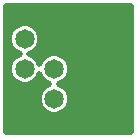
<source format=gbl>
%FSLAX34Y34*%
G04 Gerber Fmt 3.4, Leading zero omitted, Abs format*
G04 (created by PCBNEW (2014-06-02 BZR 4912)-product) date Mon 02 Jun 2014 11:46:11 PM CEST*
%MOIN*%
G01*
G70*
G90*
G04 APERTURE LIST*
%ADD10C,0.005906*%
%ADD11R,0.064961X0.064961*%
%ADD12C,0.064961*%
%ADD13C,0.035000*%
%ADD14C,0.008000*%
%ADD15C,0.019700*%
G04 APERTURE END LIST*
G54D10*
G54D11*
X22146Y-23311D03*
G54D12*
X22146Y-24311D03*
X22146Y-25311D03*
G54D11*
X21161Y-25311D03*
G54D12*
X21161Y-24311D03*
X21161Y-23311D03*
G54D13*
X23917Y-24311D03*
X24508Y-24311D03*
X23917Y-25394D03*
X23917Y-24803D03*
X24508Y-24803D03*
X23917Y-23228D03*
X23917Y-23819D03*
X24508Y-23819D03*
G54D14*
X24508Y-24311D02*
X23917Y-24311D01*
X24508Y-24803D02*
X23917Y-24803D01*
X24508Y-24311D02*
X24508Y-23819D01*
X22146Y-23328D02*
X23129Y-24311D01*
X23129Y-24311D02*
X24508Y-24311D01*
X22146Y-23311D02*
X22146Y-23328D01*
X23917Y-23819D02*
X23917Y-23228D01*
G54D15*
G36*
X24704Y-26401D02*
X22669Y-26401D01*
X22669Y-25207D01*
X22589Y-25014D01*
X22442Y-24867D01*
X22306Y-24810D01*
X22442Y-24754D01*
X22589Y-24607D01*
X22669Y-24415D01*
X22669Y-24207D01*
X22589Y-24014D01*
X22442Y-23867D01*
X22250Y-23787D01*
X22042Y-23787D01*
X21849Y-23867D01*
X21702Y-24014D01*
X21653Y-24132D01*
X21604Y-24014D01*
X21457Y-23867D01*
X21321Y-23810D01*
X21457Y-23754D01*
X21604Y-23607D01*
X21684Y-23415D01*
X21684Y-23207D01*
X21604Y-23014D01*
X21457Y-22867D01*
X21265Y-22787D01*
X21057Y-22787D01*
X20864Y-22867D01*
X20717Y-23014D01*
X20637Y-23206D01*
X20637Y-23414D01*
X20717Y-23607D01*
X20864Y-23754D01*
X21000Y-23811D01*
X20864Y-23867D01*
X20717Y-24014D01*
X20637Y-24206D01*
X20637Y-24414D01*
X20717Y-24607D01*
X20864Y-24754D01*
X21056Y-24834D01*
X21264Y-24834D01*
X21457Y-24754D01*
X21604Y-24607D01*
X21653Y-24489D01*
X21702Y-24607D01*
X21849Y-24754D01*
X21985Y-24811D01*
X21849Y-24867D01*
X21702Y-25014D01*
X21622Y-25206D01*
X21622Y-25414D01*
X21702Y-25607D01*
X21849Y-25754D01*
X22041Y-25834D01*
X22249Y-25834D01*
X22442Y-25754D01*
X22589Y-25607D01*
X22669Y-25415D01*
X22669Y-25207D01*
X22669Y-26401D01*
X20546Y-26401D01*
X20546Y-22219D01*
X24704Y-22219D01*
X24704Y-26401D01*
X24704Y-26401D01*
G37*
X24704Y-26401D02*
X22669Y-26401D01*
X22669Y-25207D01*
X22589Y-25014D01*
X22442Y-24867D01*
X22306Y-24810D01*
X22442Y-24754D01*
X22589Y-24607D01*
X22669Y-24415D01*
X22669Y-24207D01*
X22589Y-24014D01*
X22442Y-23867D01*
X22250Y-23787D01*
X22042Y-23787D01*
X21849Y-23867D01*
X21702Y-24014D01*
X21653Y-24132D01*
X21604Y-24014D01*
X21457Y-23867D01*
X21321Y-23810D01*
X21457Y-23754D01*
X21604Y-23607D01*
X21684Y-23415D01*
X21684Y-23207D01*
X21604Y-23014D01*
X21457Y-22867D01*
X21265Y-22787D01*
X21057Y-22787D01*
X20864Y-22867D01*
X20717Y-23014D01*
X20637Y-23206D01*
X20637Y-23414D01*
X20717Y-23607D01*
X20864Y-23754D01*
X21000Y-23811D01*
X20864Y-23867D01*
X20717Y-24014D01*
X20637Y-24206D01*
X20637Y-24414D01*
X20717Y-24607D01*
X20864Y-24754D01*
X21056Y-24834D01*
X21264Y-24834D01*
X21457Y-24754D01*
X21604Y-24607D01*
X21653Y-24489D01*
X21702Y-24607D01*
X21849Y-24754D01*
X21985Y-24811D01*
X21849Y-24867D01*
X21702Y-25014D01*
X21622Y-25206D01*
X21622Y-25414D01*
X21702Y-25607D01*
X21849Y-25754D01*
X22041Y-25834D01*
X22249Y-25834D01*
X22442Y-25754D01*
X22589Y-25607D01*
X22669Y-25415D01*
X22669Y-25207D01*
X22669Y-26401D01*
X20546Y-26401D01*
X20546Y-22219D01*
X24704Y-22219D01*
X24704Y-26401D01*
M02*

</source>
